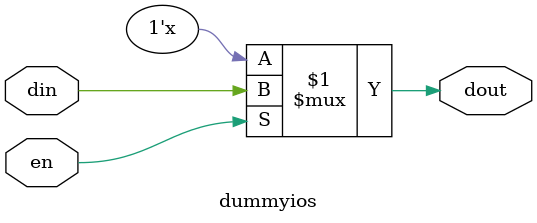
<source format=sv>
`default_nettype none
module dummyios (output wire dout,
		 input bit din,
		 input bit en);

`ifndef FORMAL
   assign dout = en ? din : 1'bz;
`else
   assign dout = en ? din : 1'b0;
   isunknown_checker _isunknown_ (en, din, dout);
`endif  
endmodule // dummyios

</source>
